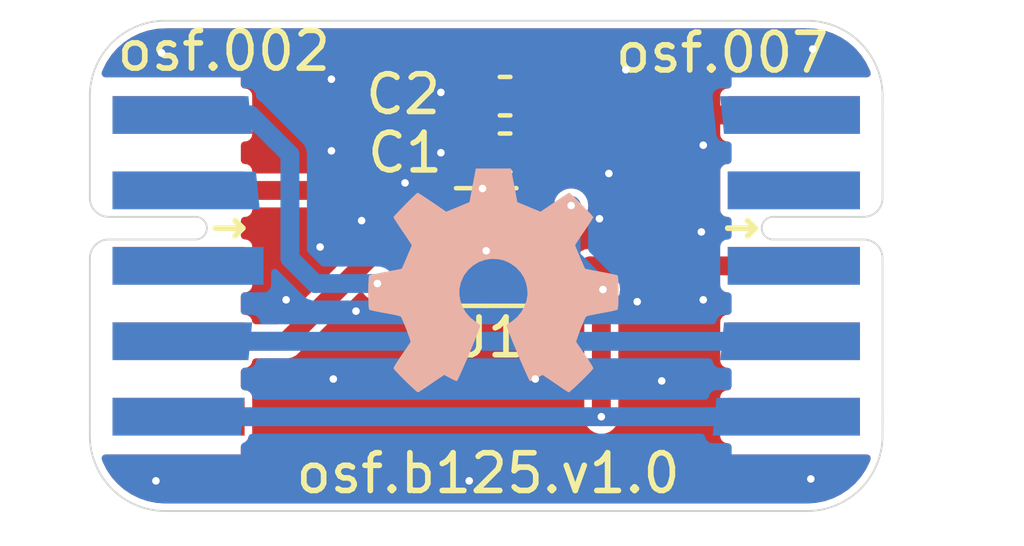
<source format=kicad_pcb>
(kicad_pcb (version 20211014) (generator pcbnew)
  (layers (0 "F.Cu" signal) (31 "B.Cu" signal) (34 "B.Paste" user) (35 "F.Paste" user) (36 "B.SilkS" user "B.Silkscreen") (37 "F.SilkS" user "F.Silkscreen") (38 "B.Mask" user) (39 "F.Mask" user) (44 "Edge.Cuts" user))
  (net 0 "")
  (net 1 "/dac/VDD")
  (net 2 "GND")
  (net 3 "/dac/MOSI")
  (net 5 "/dac/SCLK")
  (net 7 "/dac/~{SYNC}")
  (net 10 "Net-(J1-Pad9)")
  (net 12 "/dac/out")
  (footprint "Package_TO_SOT_SMD:SOT-23-6" (layer "F.Cu") (at 150.5 96 180)
    (fp_text reference "U1" (at 0 -2.4) (layer "F.SilkS"))
    (fp_text value "DAC121S101")
    (fp_line (start 0 1.56) (end -0.8 1.56) (layer "F.SilkS") (width 0.12))
    (fp_line (start 0 -1.56) (end -1.8 -1.56) (layer "F.SilkS") (width 0.12))
    (fp_line (start 0 1.56) (end 0.8 1.56) (layer "F.SilkS") (width 0.12))
    (fp_line (start 0 -1.56) (end 0.8 -1.56) (layer "F.SilkS") (width 0.12))
    (pad "1" smd roundrect (at -1.1375 -0.95 180) (size 1.325 0.6) (layers "F.Cu" "F.Paste" "F.Mask") (net 12 "/dac/out"))
    (pad "2" smd roundrect (at -1.1375 0 180) (size 1.325 0.6) (layers "F.Cu" "F.Paste" "F.Mask") (net 2 "GND"))
    (pad "3" smd roundrect (at -1.1375 0.95 180) (size 1.325 0.6) (layers "F.Cu" "F.Paste" "F.Mask") (net 1 "/dac/VDD"))
    (pad "4" smd roundrect (at 1.1375 0.95 180) (size 1.325 0.6) (layers "F.Cu" "F.Paste" "F.Mask") (net 3 "/dac/MOSI"))
    (pad "5" smd roundrect (at 1.1375 0 180) (size 1.325 0.6) (layers "F.Cu" "F.Paste" "F.Mask") (net 5 "/dac/SCLK"))
    (pad "6" smd roundrect (at 1.1375 -0.95 180) (size 1.325 0.6) (layers "F.Cu" "F.Paste" "F.Mask") (net 7 "/dac/~{SYNC}"))
  )
  (footprint "on_edge:on_edge_2x05_host" (layer "F.Cu") (at 161 96.5 -90)
    (fp_text reference "J2")
    (fp_text value "007_ADC")
    (fp_line (start -1 3.373) (end -1.2 3.573) (layer "F.SilkS") (width 0.153))
    (fp_line (start -0.8 3.573) (end -1 3.373) (layer "F.SilkS") (width 0.153))
    (fp_line (start -1 4.1) (end -1 3.373) (layer "F.SilkS") (width 0.153))
    (fp_line (start -4 0) (end -1.8 0) (layer "Edge.Cuts") (width 0.05))
    (fp_line (start -1.3 0.5) (end -1.3 2.9) (layer "Edge.Cuts") (width 0.05))
    (fp_line (start -0.7 2.9) (end -0.7 0.5) (layer "Edge.Cuts") (width 0.05))
    (fp_line (start -0.2 0) (end 4 0) (layer "Edge.Cuts") (width 0.05))
    (fp_arc (start -0.7 2.9) (mid -1 3.2) (end -1.3 2.9) (layer "Edge.Cuts") (width 0.05))
    (fp_arc (start -0.7 0.5) (mid -0.553553 0.146447) (end -0.2 0) (layer "Edge.Cuts") (width 0.05))
    (fp_arc (start -1.8 0) (mid -1.446447 0.146447) (end -1.3 0.5) (layer "Edge.Cuts") (width 0.05))
    (pad "1" smd rect (at -4 2.35 270) (size 1 3.5) (layers "F.Cu" "F.Mask") (net 2 "GND"))
    (pad "2" smd rect (at -2 2.35 270) (size 1 3.5) (layers "F.Cu" "F.Mask"))
    (pad "3" smd rect (at 0 2.35 270) (size 1 3.5) (layers "F.Cu" "F.Mask") (net 12 "/dac/out"))
    (pad "4" smd rect (at 2 2.35 270) (size 1 3.5) (layers "F.Cu" "F.Mask"))
    (pad "5" smd rect (at 4 2.35 270) (size 1 3.5) (layers "F.Cu" "F.Mask"))
    (pad "6" smd custom (at -4 2.4 90) (size 1 3.6) (layers "B.Cu" "B.Mask") (options (clearance outline) (anchor rect)) (primitives (gr_poly (pts (xy 0.5 -1.8) (xy -0.5 -1.8) (xy 0.5 -1.9)) (width 0) (fill yes))))
    (pad "7" smd rect (at -2 2.35 90) (size 1 3.5) (layers "B.Cu" "B.Mask"))
    (pad "8" smd rect (at 0 2.35 90) (size 1 3.5) (layers "B.Cu" "B.Mask"))
    (pad "9" smd custom (at 2 2.4 90) (size 1 3.6) (layers "B.Cu" "B.Mask") (net 10 "Net-(J1-Pad9)") (options (clearance outline) (anchor rect)) (primitives (gr_poly (pts (xy 0.5 -1.8) (xy -0.5 -1.8) (xy -0.5 -1.9)) (width 0) (fill yes))))
    (pad "10" smd custom (at 4 2.5 90) (size 1 3.8) (layers "B.Cu" "B.Mask") (net 1 "/dac/VDD") (options (clearance outline) (anchor rect)) (primitives (gr_poly (pts (xy 0.5 -1.9) (xy -0.5 -1.9) (xy -0.5 -2)) (width 0) (fill yes))))
    (zone (net 0) (net_name "") (layers F&B.Cu) (connect_pads (clearance 0)) (min_thickness 0.254)
      (keepout (tracks allowed) (vias not_allowed) (pads allowed) (copperpour not_allowed) (footprints not_allowed))
      (fill (thermal_gap 0.508) (thermal_bridge_width 0.508))
      (polygon (pts (xy 157 101.5) (xy 157 91.5) (xy 161 91.5) (xy 161 101.5)))
    )
  )
  (footprint "Capacitor_SMD:C_0603_1608Metric" (layer "F.Cu") (at 151 92 180)
    (fp_text reference "C2" (at 2.7 0.05) (layer "F.SilkS"))
    (fp_text value "10uF")
    (fp_line (start -0.14058 0.51) (end 0.14058 0.51) (layer "F.SilkS") (width 0.12))
    (fp_line (start -0.14058 -0.51) (end 0.14058 -0.51) (layer "F.SilkS") (width 0.12))
    (pad "1" smd roundrect (at -0.775 0 180) (size 0.9 0.95) (layers "F.Cu" "F.Paste" "F.Mask") (net 1 "/dac/VDD"))
    (pad "2" smd roundrect (at 0.775 0 180) (size 0.9 0.95) (layers "F.Cu" "F.Paste" "F.Mask") (net 2 "GND"))
  )
  (footprint "Capacitor_SMD:C_0603_1608Metric" (layer "F.Cu") (at 151 93.5 180)
    (fp_text reference "C1" (at 2.65 0) (layer "F.SilkS"))
    (fp_text value "1uF")
    (fp_line (start -0.14058 0.51) (end 0.14058 0.51) (layer "F.SilkS") (width 0.12))
    (fp_line (start -0.14058 -0.51) (end 0.14058 -0.51) (layer "F.SilkS") (width 0.12))
    (pad "1" smd roundrect (at -0.775 0 180) (size 0.9 0.95) (layers "F.Cu" "F.Paste" "F.Mask") (net 1 "/dac/VDD"))
    (pad "2" smd roundrect (at 0.775 0 180) (size 0.9 0.95) (layers "F.Cu" "F.Paste" "F.Mask") (net 2 "GND"))
  )
  (footprint "on_edge:on_edge_2x05_device" (layer "F.Cu") (at 140 96.5 -90)
    (fp_text reference "J1")
    (fp_text value "002_SPI")
    (fp_line (start -1 -4.05) (end -0.8 -3.85) (layer "F.SilkS") (width 0.153))
    (fp_line (start -1 -4.05) (end -1 -3.323) (layer "F.SilkS") (width 0.153))
    (fp_line (start -1.2 -3.85) (end -1 -4.05) (layer "F.SilkS") (width 0.153))
    (fp_line (start -1.3 -2.8) (end -1.3 -0.5) (layer "Edge.Cuts") (width 0.05))
    (fp_line (start -0.7 -0.5) (end -0.7 -2.8) (layer "Edge.Cuts") (width 0.05))
    (fp_line (start -0.2 0) (end 4 0) (layer "Edge.Cuts") (width 0.05))
    (fp_line (start -4 0) (end -1.8 0) (layer "Edge.Cuts") (width 0.05))
    (fp_arc (start -1.3 -2.8) (mid -1 -3.1) (end -0.7 -2.8) (layer "Edge.Cuts") (width 0.05))
    (fp_arc (start -1.3 -0.5) (mid -1.446447 -0.146447) (end -1.8 0) (layer "Edge.Cuts") (width 0.05))
    (fp_arc (start -0.2 0) (mid -0.553553 -0.146447) (end -0.7 -0.5) (layer "Edge.Cuts") (width 0.05))
    (pad "1" smd rect (at -4 -2.35 90) (size 1 3.5) (layers "F.Cu" "F.Mask") (net 2 "GND"))
    (pad "2" smd rect (at -2 -2.35 270) (size 1 3.5) (layers "F.Cu" "F.Mask") (net 3 "/dac/MOSI"))
    (pad "3" smd rect (at 0 -2.35 270) (size 1 3.5) (layers "F.Cu" "F.Mask"))
    (pad "4" smd rect (at 2 -2.35 90) (size 1 3.5) (layers "F.Cu" "F.Mask") (net 5 "/dac/SCLK"))
    (pad "5" smd rect (at 4 -2.35 90) (size 1 3.5) (layers "F.Cu" "F.Mask"))
    (pad "6" smd custom (at -4 -2.4 270) (size 1 3.6) (layers "B.Cu" "B.Mask") (net 7 "/dac/~{SYNC}") (options (clearance outline) (anchor rect)) (primitives (gr_poly (pts (xy 0.5 -1.8) (xy 0.5 -1.9) (xy -0.5 -1.8)) (width 0) (fill yes))))
    (pad "7" smd custom (at -2 -2.1 270) (size 1 3) (layers "B.Cu" "B.Mask") (options (clearance outline) (anchor rect)) (primitives (gr_poly (pts (xy 0.3 -0.51) (xy 0.31 -0.62) (xy 0.33 -0.7) (xy 0.35 -0.76) (xy 0.37 -0.81) (xy 0.4 -0.86) (xy 0.44 -0.92) (xy 0.48 -0.97) (xy 0.5 -0.99) (xy 0.5 -2.4) (xy -0.5 -2.3) (xy -0.5 1.5) (xy 0.3 1.5)) (width 0) (fill yes))))
    (pad "8" smd rect (at 0 -2.6 270) (size 1 4) (layers "B.Cu" "B.Mask"))
    (pad "9" smd custom (at 2 -2.4 270) (size 1 3.6) (layers "B.Cu" "B.Mask") (net 10 "Net-(J1-Pad9)") (options (clearance outline) (anchor rect)) (primitives (gr_poly (pts (xy -0.5 -1.8) (xy -0.5 -1.9) (xy 0.5 -1.8)) (width 0) (fill yes))))
    (pad "10" smd custom (at 4 -2.3 270) (size 1 3.4) (layers "B.Cu" "B.Mask") (net 1 "/dac/VDD") (options (clearance outline) (anchor rect)) (primitives (gr_poly (pts (xy -0.5 -1.7) (xy -0.5 -1.8) (xy 0.5 -1.7)) (width 0) (fill yes))))
    (zone (net 0) (net_name "") (layers F&B.Cu) (connect_pads (clearance 0)) (min_thickness 0.254)
      (keepout (tracks allowed) (vias not_allowed) (pads allowed) (copperpour not_allowed) (footprints not_allowed))
      (fill (thermal_gap 0.508) (thermal_bridge_width 0.508))
      (polygon (pts (xy 140 101.5) (xy 140 91.5) (xy 144 91.5) (xy 144 101.5)))
    )
  )
  (footprint "Symbol:OSHW-Symbol_6.7x6mm_SilkScreen" (layer "B.Cu") (at 150.7 96.9 180)
    (fp_text reference "LOGO1" hide)
    (fp_text value "Logo_Open_Hardware_Small" hide)
    (fp_poly (pts (xy 0.555814 2.531069) (xy 0.639635 2.086445) (xy 0.94892 1.958947) (xy 1.258206 1.831449) (xy 1.629246 2.083754) (xy 1.733157 2.154004) (xy 1.827087 2.216728) (xy 1.906652 2.269062) (xy 1.96747 2.308143) (xy 2.005157 2.331107) (xy 2.015421 2.336058) (xy 2.03391 2.323324) (xy 2.07342 2.288118) (xy 2.129522 2.234938) (xy 2.197787 2.168282) (xy 2.273786 2.092646) (xy 2.353092 2.012528) (xy 2.431275 1.932426) (xy 2.503907 1.856836) (xy 2.566559 1.790255) (xy 2.614803 1.737182) (xy 2.64421 1.702113) (xy 2.651241 1.690377) (xy 2.641123 1.66874) (xy 2.612759 1.621338) (xy 2.569129 1.552807) (xy 2.513218 1.467785) (xy 2.448006 1.370907) (xy 2.410219 1.31565) (xy 2.341343 1.214752) (xy 2.28014 1.123701) (xy 2.229578 1.04703) (xy 2.192628 0.989272) (xy 2.172258 0.954957) (xy 2.169197 0.947746) (xy 2.176136 0.927252) (xy 2.195051 0.879487) (xy 2.223087 0.811168) (xy 2.257391 0.729011) (xy 2.295109 0.63973) (xy 2.333387 0.550042) (xy 2.36937 0.466662) (xy 2.400206 0.396306) (xy 2.423039 0.34569) (xy 2.435017 0.321529) (xy 2.435724 0.320578) (xy 2.454531 0.315964) (xy 2.504618 0.305672) (xy 2.580793 0.290713) (xy 2.677865 0.272099) (xy 2.790643 0.250841) (xy 2.856442 0.238582) (xy 2.97695 0.215638) (xy 3.085797 0.193805) (xy 3.177476 0.174278) (xy 3.246481 0.158252) (xy 3.287304 0.146921) (xy 3.295511 0.143326) (xy 3.303548 0.118994) (xy 3.310033 0.064041) (xy 3.31497 -0.015108) (xy 3.318364 -0.112026) (xy 3.320218 -0.220287) (xy 3.320538 -0.333465) (xy 3.319327 -0.445135) (xy 3.31659 -0.548868) (xy 3.312331 -0.638241) (xy 3.306555 -0.706826) (xy 3.299267 -0.748197) (xy 3.294895 -0.75681) (xy 3.268764 -0.767133) (xy 3.213393 -0.781892) (xy 3.136107 -0.799352) (xy 3.04423 -0.81778) (xy 3.012158 -0.823741) (xy 2.857524 -0.852066) (xy 2.735375 -0.874876) (xy 2.641673 -0.89308) (xy 2.572384 -0.907583) (xy 2.523471 -0.919292) (xy 2.490897 -0.929115) (xy 2.470628 -0.937956) (xy 2.458626 -0.946724) (xy 2.456947 -0.948457) (xy 2.440184 -0.976371) (xy 2.414614 -1.030695) (xy 2.382788 -1.104777) (xy 2.34726 -1.191965) (xy 2.310583 -1.285608) (xy 2.275311 -1.379052) (xy 2.243996 -1.465647) (xy 2.219193 -1.53874) (xy 2.203454 -1.591678) (xy 2.199332 -1.617811) (xy 2.199676 -1.618726) (xy 2.213641 -1.640086) (xy 2.245322 -1.687084) (xy 2.291391 -1.754827) (xy 2.348518 -1.838423) (xy 2.413373 -1.932982) (xy 2.431843 -1.959854) (xy 2.497699 -2.057275) (xy 2.55565 -2.146163) (xy 2.602538 -2.221412) (xy 2.635207 -2.27792) (xy 2.6505 -2.310581) (xy 2.651241 -2.314593) (xy 2.638392 -2.335684) (xy 2.602888 -2.377464) (xy 2.549293 -2.435445) (xy 2.482171 -2.505135) (xy 2.406087 -2.582045) (xy 2.325604 -2.661683) (xy 2.245287 -2.739561) (xy 2.169699 -2.811186) (xy 2.103405 -2.87207) (xy 2.050969 -2.917721) (xy 2.016955 -2.94365) (xy 2.007545 -2.947883) (xy 1.985643 -2.937912) (xy 1.9408 -2.91102) (xy 1.880321 -2.871736) (xy 1.833789 -2.840117) (xy 1.749475 -2.782098) (xy 1.649626 -2.713784) (xy 1.549473 -2.645579) (xy 1.495627 -2.609075) (xy 1.313371 -2.4858) (xy 1.160381 -2.56852) (xy 1.090682 -2.604759) (xy 1.031414 -2.632926) (xy 0.991311 -2.648991) (xy 0.981103 -2.651226) (xy 0.968829 -2.634722) (xy 0.944613 -2.588082) (xy 0.910263 -2.515609) (xy 0.867588 -2.421606) (xy 0.818394 -2.310374) (xy 0.76449 -2.186215) (xy 0.707684 -2.053432) (xy 0.649782 -1.916327) (xy 0.592593 -1.779202) (xy 0.537924 -1.646358) (xy 0.487584 -1.522098) (xy 0.44338 -1.410725) (xy 0.407119 -1.316539) (xy 0.380609 -1.243844) (xy 0.365658 -1.196941) (xy 0.363254 -1.180833) (xy 0.382311 -1.160286) (xy 0.424036 -1.126933) (xy 0.479706 -1.087702) (xy 0.484378 -1.084599) (xy 0.628264 -0.969423) (xy 0.744283 -0.835053) (xy 0.83143 -0.685784) (xy 0.888699 -0.525913) (xy 0.915086 -0.359737) (xy 0.909585 -0.191552) (xy 0.87119 -0.025655) (xy 0.798895 0.133658) (xy 0.777626 0.168513) (xy 0.666996 0.309263) (xy 0.536302 0.422286) (xy 0.390064 0.506997) (xy 0.232808 0.562806) (xy 0.069057 0.589126) (xy -0.096667 0.58537) (xy -0.259838 0.55095) (xy -0.415935 0.485277) (xy -0.560433 0.387765) (xy -0.605131 0.348187) (xy -0.718888 0.224297) (xy -0.801782 0.093876) (xy -0.858644 -0.052315) (xy -0.890313 -0.197088) (xy -0.898131 -0.35986) (xy -0.872062 -0.52344) (xy -0.814755 -0.682298) (xy -0.728856 -0.830906) (xy -0.617014 -0.963735) (xy -0.481877 -1.075256) (xy -0.464117 -1.087011) (xy -0.40785 -1.125508) (xy -0.365077 -1.158863) (xy -0.344628 -1.18016) (xy -0.344331 -1.180833) (xy -0.348721 -1.203871) (xy -0.366124 -1.256157) (xy -0.394732 -1.33339) (xy -0.432735 -1.431268) (xy -0.478326 -1.545491) (xy -0.529697 -1.671758) (xy -0.585038 -1.805767) (xy -0.642542 -1.943218) (xy -0.700399 -2.079808) (xy -0.756802 -2.211237) (xy -0.809942 -2.333205) (xy -0.85801 -2.441409) (xy -0.899199 -2.531549) (xy -0.931699 -2.599323) (xy -0.953703 -2.64043) (xy -0.962564 -2.651226) (xy -0.98964 -2.642819) (xy -1.040303 -2.620272) (xy -1.105817 -2.587613) (xy -1.141841 -2.56852) (xy -1.294832 -2.4858) (xy -1.477088 -2.609075) (xy -1.570125 -2.672228) (xy -1.671985 -2.741727) (xy -1.767438 -2.807165) (xy -1.81525 -2.840117) (xy -1.882495 -2.885273) (xy -1.939436 -2.921057) (xy -1.978646 -2.942938) (xy -1.991381 -2.947563) (xy -2.009917 -2.935085) (xy -2.050941 -2.900252) (xy -2.110475 -2.846678) (xy -2.184542 -2.777983) (xy -2.269165 -2.697781) (xy -2.322685 -2.646286) (xy -2.416319 -2.554286) (xy -2.497241 -2.471999) (xy -2.562177 -2.402945) (xy -2.607858 -2.350644) (xy -2.631011 -2.318616) (xy -2.633232 -2.312116) (xy -2.622924 -2.287394) (xy -2.594439 -2.237405) (xy -2.550937 -2.167212) (xy -2.495577 -2.081875) (xy -2.43152 -1.986456) (xy -2.413303 -1.959854) (xy -2.346927 -1.863167) (xy -2.287378 -1.776117) (xy -2.237984 -1.703595) (xy -2.202075 -1.650493) (xy -2.182981 -1.621703) (xy -2.181136 -1.618726) (xy -2.183895 -1.595782) (xy -2.198538 -1.545336) (xy -2.222513 -1.474041) (xy -2.253266 -1.388547) (xy -2.288244 -1.295507) (xy -2.324893 -1.201574) (xy -2.360661 -1.113399) (xy -2.392994 -1.037634) (xy -2.419338 -0.980931) (xy -2.437142 -0.949943) (xy -2.438407 -0.948457) (xy -2.449294 -0.939601) (xy -2.467682 -0.930843) (xy -2.497606 -0.921277) (xy -2.543103 -0.909996) (xy -2.608209 -0.896093) (xy -2.696961 -0.878663) (xy -2.813393 -0.856798) (xy -2.961542 -0.829591) (xy -2.993618 -0.823741) (xy -3.088686 -0.805374) (xy -3.171565 -0.787405) (xy -3.23493 -0.771569) (xy -3.271458 -0.7596) (xy -3.276356 -0.75681) (xy -3.284427 -0.732072) (xy -3.290987 -0.67679) (xy -3.296033 -0.597389) (xy -3.299559 -0.500296) (xy -3.301561 -0.391938) (xy -3.302036 -0.27874) (xy -3.300977 -0.167128) (xy -3.298382 -0.063529) (xy -3.294246 0.025632) (xy -3.288563 0.093928) (xy -3.281331 0.134934) (xy -3.276971 0.143326) (xy -3.252698 0.151792) (xy -3.197426 0.165565) (xy -3.116662 0.18345) (xy -3.015912 0.204252) (xy -2.900683 0.226777) (xy -2.837902 0.238582) (xy -2.718787 0.260849) (xy -2.612565 0.281021) (xy -2.524427 0.298085) (xy -2.459566 0.311031) (xy -2.423174 0.318845) (xy -2.417184 0.320578) (xy -2.407061 0.34011) (xy -2.385662 0.387157) (xy -2.355839 0.454997) (xy -2.320445 0.536909) (xy -2.282332 0.626172) (xy -2.244353 0.716065) (xy -2.20936 0.799865) (xy -2.180206 0.870853) (xy -2.159743 0.922306) (xy -2.150823 0.947503) (xy -2.150657 0.948604) (xy -2.160769 0.968481) (xy -2.189117 1.014223) (xy -2.232723 1.081283) (xy -2.288606 1.165116) (xy -2.353787 1.261174) (xy -2.391679 1.31635) (xy -2.460725 1.417519) (xy -2.52205 1.50937) (xy -2.572663 1.587256) (xy -2.609571 1.646531) (xy -2.629782 1.682549) (xy -2.632701 1.690623) (xy -2.620153 1.709416) (xy -2.585463 1.749543) (xy -2.533063 1.806507) (xy -2.467384 1.875815) (xy -2.392856 1.952969) (xy -2.313913 2.033475) (xy -2.234983 2.112837) (xy -2.1605 2.18656) (xy -2.094894 2.250148) (xy -2.042596 2.299106) (xy -2.008039 2.328939) (xy -1.996478 2.336058) (xy -1.977654 2.326047) (xy -1.932631 2.297922) (xy -1.865787 2.254546) (xy -1.781499 2.198782) (xy -1.684144 2.133494) (xy -1.610707 2.083754) (xy -1.239667 1.831449) (xy -0.621095 2.086445) (xy -0.537275 2.531069) (xy -0.453454 2.975693) (xy 0.471994 2.975693) (xy 0.555814 2.531069)) (layer "B.SilkS") (width 0.01) (fill solid))
  )
  (gr_line (start 140 92.5) (end 140 92) (layer "Edge.Cuts") (width 0.05))
  (gr_line (start 142 90) (end 159 90) (layer "Edge.Cuts") (width 0.05))
  (gr_arc (start 161 101) (mid 160.414214 102.414214) (end 159 103) (layer "Edge.Cuts") (width 0.05))
  (gr_line (start 159 103) (end 142 103) (layer "Edge.Cuts") (width 0.05))
  (gr_arc (start 159 90) (mid 160.414214 90.585786) (end 161 92) (layer "Edge.Cuts") (width 0.05))
  (gr_line (start 161 92.5) (end 161 92) (layer "Edge.Cuts") (width 0.05))
  (gr_line (start 161 100.5) (end 161 101) (layer "Edge.Cuts") (width 0.05))
  (gr_arc (start 142 103) (mid 140.585786 102.414214) (end 140 101) (layer "Edge.Cuts") (width 0.05))
  (gr_line (start 140 100.5) (end 140 101) (layer "Edge.Cuts") (width 0.05))
  (gr_arc (start 140 92) (mid 140.585786 90.585786) (end 142 90) (layer "Edge.Cuts") (width 0.05))
  (gr_text "osf.b125.v1.0" (at 150.55 102) (layer "F.SilkS") (effects (font (size 1 1))))
  (gr_text "osf.002" (at 143.55 90.8) (layer "F.SilkS") (effects (font (size 1 1))))
  (gr_text "osf.007" (at 156.75 90.85) (layer "F.SilkS") (effects (font (size 1 1))))
  (segment (start 151.6375 93.6375) (end 151.775 93.5) (width 0.5) (layer "F.Cu") (net 1))
  (segment (start 153.55 100.5) (end 153.55 97.169503) (width 0.5) (layer "F.Cu") (net 1))
  (segment (start 152.6 95.05) (end 152.75 94.9) (width 0.5) (layer "F.Cu") (net 1))
  (segment (start 151.775 92) (end 151.775 93.5) (width 0.5) (layer "F.Cu") (net 1))
  (segment (start 151.6375 95.05) (end 152.6 95.05) (width 0.5) (layer "F.Cu") (net 1))
  (segment (start 153.55 97.169503) (end 153.593003 97.1265) (width 0.5) (layer "F.Cu") (net 1))
  (segment (start 151.6375 95.05) (end 151.6375 93.6375) (width 0.5) (layer "F.Cu") (net 1))
  (via (at 153.55 100.5) (size 0.5) (drill 0.2) (layers "F.Cu" "B.Cu") (net 1))
  (via (at 153.593003 97.1265) (size 0.5) (drill 0.2) (layers "F.Cu" "B.Cu") (net 1))
  (via (at 152.75 94.9) (size 0.5) (drill 0.2) (layers "F.Cu" "B.Cu") (net 1))
  (segment (start 153.55 100.5) (end 158.5 100.5) (width 0.5) (layer "B.Cu") (net 1))
  (segment (start 152.75 96.283497) (end 153.593003 97.1265) (width 0.5) (layer "B.Cu") (net 1))
  (segment (start 142.3 100.5) (end 153.55 100.5) (width 0.5) (layer "B.Cu") (net 1))
  (segment (start 152.75 94.9) (end 152.75 96.283497) (width 0.5) (layer "B.Cu") (net 1))
  (segment (start 150.402 93.677) (end 150.402 94.448) (width 0.5) (layer "F.Cu") (net 2))
  (segment (start 151.6375 96) (end 152.75 96) (width 0.5) (layer "F.Cu") (net 2))
  (segment (start 150.225 92.675) (end 150.225 93.5) (width 0.5) (layer "F.Cu") (net 2))
  (segment (start 150.225 93.5) (end 150.402 93.677) (width 0.5) (layer "F.Cu") (net 2))
  (segment (start 150.05 92.5) (end 150.225 92.675) (width 0.5) (layer "F.Cu") (net 2))
  (segment (start 152.75 96) (end 153.5 95.25) (width 0.5) (layer "F.Cu") (net 2))
  (segment (start 150.402 94.448) (end 150.402 95.222291) (width 0.5) (layer "F.Cu") (net 2))
  (segment (start 142.35 92.5) (end 150.05 92.5) (width 0.5) (layer "F.Cu") (net 2))
  (segment (start 153.5 95.25) (end 156.25 92.5) (width 0.5) (layer "F.Cu") (net 2))
  (segment (start 150.402 95.222291) (end 151.179709 96) (width 0.5) (layer "F.Cu") (net 2))
  (segment (start 156.25 92.5) (end 158.65 92.5) (width 0.5) (layer "F.Cu") (net 2))
  (segment (start 151.179709 96) (end 151.6375 96) (width 0.5) (layer "F.Cu") (net 2))
  (segment (start 150.225 92) (end 150.225 92.675) (width 0.5) (layer "F.Cu") (net 2))
  (via (at 145.2 97.4) (size 0.5) (drill 0.2) (layers "F.Cu" "B.Cu") (net 2))
  (via (at 150.5 96.1) (size 0.5) (drill 0.2) (layers "F.Cu" "B.Cu") (net 2))
  (via (at 141.75 102.2) (size 0.5) (drill 0.2) (layers "F.Cu" "B.Cu") (net 2))
  (via (at 146.1 96) (size 0.5) (drill 0.2) (layers "F.Cu" "B.Cu") (net 2))
  (via (at 148.35 94.3) (size 0.5) (drill 0.2) (layers "F.Cu" "B.Cu") (net 2))
  (via (at 149.3 93.5) (size 0.5) (drill 0.2) (layers "F.Cu" "B.Cu") (net 2))
  (via (at 156.25 97.4) (size 0.5) (drill 0.2) (layers "F.Cu" "B.Cu") (net 2))
  (via (at 146.4 93.45) (size 0.5) (drill 0.2) (layers "F.Cu" "B.Cu") (net 2))
  (via (at 153.75 94.05) (size 0.5) (drill 0.2) (layers "F.Cu" "B.Cu") (net 2))
  (via (at 156.25 93.3) (size 0.5) (drill 0.2) (layers "F.Cu" "B.Cu") (net 2))
  (via (at 159.1 102.15) (size 0.5) (drill 0.2) (layers "F.Cu" "B.Cu") (net 2))
  (via (at 149.3 91.9) (size 0.5) (drill 0.2) (layers "F.Cu" "B.Cu") (net 2))
  (via (at 150.402 94.448) (size 0.5) (drill 0.2) (layers "F.Cu" "B.Cu") (net 2))
  (via (at 156.2 95.6) (size 0.5) (drill 0.2) (layers "F.Cu" "B.Cu") (net 2))
  (via (at 153.5 95.25) (size 0.5) (drill 0.2) (layers "F.Cu" "B.Cu") (net 2))
  (via (at 147.2 95.3) (size 0.5) (drill 0.2) (layers "F.Cu" "B.Cu") (net 2))
  (via (at 150.05 102.2) (size 0.5) (drill 0.2) (layers "F.Cu" "B.Cu") (net 2))
  (via (at 146.4 91.55) (size 0.5) (drill 0.2) (layers "F.Cu" "B.Cu") (net 2))
  (via (at 151.8 99.5) (size 0.5) (drill 0.2) (layers "F.Cu" "B.Cu") (net 2))
  (via (at 147.05 97.7) (size 0.5) (drill 0.2) (layers "F.Cu" "B.Cu") (net 2))
  (via (at 146.45 99.5) (size 0.5) (drill 0.2) (layers "F.Cu" "B.Cu") (net 2))
  (via (at 154.5 97.45) (size 0.5) (drill 0.2) (layers "F.Cu" "B.Cu") (net 2))
  (via (at 141.9 90.85) (size 0.5) (drill 0.2) (layers "F.Cu" "B.Cu") (net 2))
  (via (at 155.15 99.55) (size 0.5) (drill 0.2) (layers "F.Cu" "B.Cu") (net 2))
  (via (at 159.15 90.75) (size 0.5) (drill 0.2) (layers "F.Cu" "B.Cu") (net 2))
  (via (at 154.2 91.3) (size 0.5) (drill 0.2) (layers "F.Cu" "B.Cu") (net 2))
  (segment (start 147.95 95.05) (end 149.3625 95.05) (width 0.5) (layer "F.Cu") (net 3))
  (segment (start 142.35 94.5) (end 147.4 94.5) (width 0.5) (layer "F.Cu") (net 3))
  (segment (start 147.4 94.5) (end 147.95 95.05) (width 0.5) (layer "F.Cu") (net 3))
  (segment (start 145.2 98.5) (end 147.7 96) (width 0.5) (layer "F.Cu") (net 5))
  (segment (start 142.35 98.5) (end 145.2 98.5) (width 0.5) (layer "F.Cu") (net 5))
  (segment (start 147.7 96) (end 149.3625 96) (width 0.5) (layer "F.Cu") (net 5))
  (segment (start 149.344497 96.968003) (end 149.3625 96.95) (width 0.5) (layer "F.Cu") (net 7))
  (segment (start 147.618003 96.968003) (end 149.344497 96.968003) (width 0.5) (layer "F.Cu") (net 7))
  (via (at 147.618003 96.968003) (size 0.5) (drill 0.2) (layers "F.Cu" "B.Cu") (net 7))
  (segment (start 144.9 93.15) (end 145.3 93.55) (width 0.5) (layer "B.Cu") (net 7))
  (segment (start 142.4 92.5) (end 144.25 92.5) (width 0.5) (layer "B.Cu") (net 7))
  (segment (start 145.968003 96.968003) (end 147.618003 96.968003) (width 0.5) (layer "B.Cu") (net 7))
  (segment (start 144.25 92.5) (end 144.9 93.15) (width 0.5) (layer "B.Cu") (net 7))
  (segment (start 145.3 93.55) (end 145.3 96.3) (width 0.5) (layer "B.Cu") (net 7))
  (segment (start 145.3 96.3) (end 145.968003 96.968003) (width 0.5) (layer "B.Cu") (net 7))
  (segment (start 158.6 98.5) (end 142.4 98.5) (width 0.5) (layer "B.Cu") (net 10))
  (segment (start 153.25 96.5) (end 158.65 96.5) (width 0.5) (layer "F.Cu") (net 12))
  (segment (start 152.8 96.95) (end 153.25 96.5) (width 0.5) (layer "F.Cu") (net 12))
  (segment (start 151.6375 96.95) (end 152.8 96.95) (width 0.5) (layer "F.Cu") (net 12))
  (zone (net 2) (net_name "GND") (layers F&B.Cu) (connect_pads (clearance 0.2)) (min_thickness 0.2) (fill yes (thermal_gap 0.2) (thermal_bridge_width 0.2))
    (polygon (pts (xy 161.95 103.95) (xy 138.9 103.95) (xy 138.8 89.6) (xy 162.15 89.45)))
  )
)
</source>
